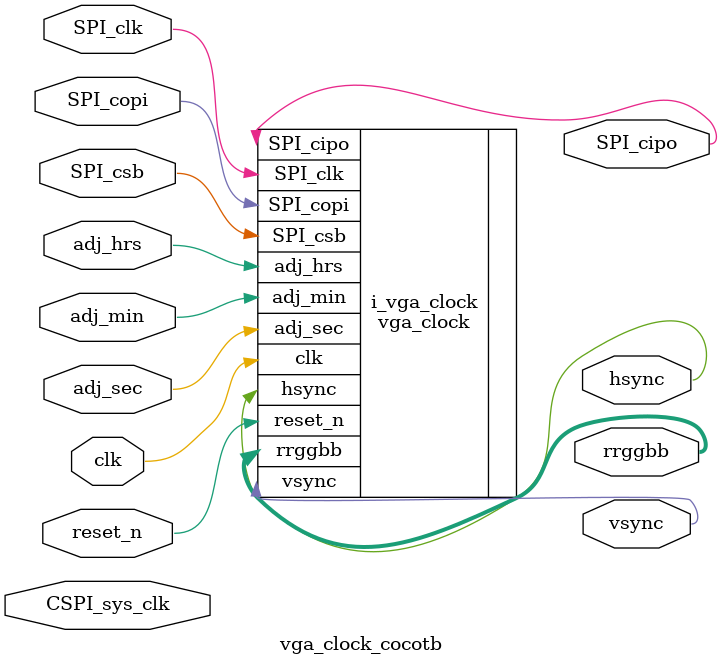
<source format=v>

`default_nettype none
module vga_clock_cocotb(
    input wire CSPI_sys_clk,
    input wire clk, 
    input wire reset_n,
    input wire adj_hrs,
    input wire adj_min,
    input wire adj_sec,
    input wire SPI_clk,
    input wire SPI_csb,
    input wire SPI_copi,
    output wire SPI_cipo,
    output wire hsync,
    output wire vsync,
    output wire [5:0] rrggbb
);
    
    vga_clock i_vga_clock (
        .clk    (clk ),
        .reset_n(reset_n),
        .adj_hrs(adj_hrs),
        .adj_min(adj_min),
        .adj_sec(adj_sec),
        .SPI_clk(SPI_clk),
        .SPI_csb(SPI_csb),
        .SPI_copi(SPI_copi),
        .SPI_cipo(SPI_cipo),
        .hsync  (hsync  ),
        .vsync  (vsync  ),
        .rrggbb (rrggbb )
    );

    `ifdef COCOTB_SIM
    initial begin
        $dumpfile("vga-clock_cocotb.lxt2");
        $dumpvars;
    end
    `endif
endmodule
`default_nettype wire

</source>
